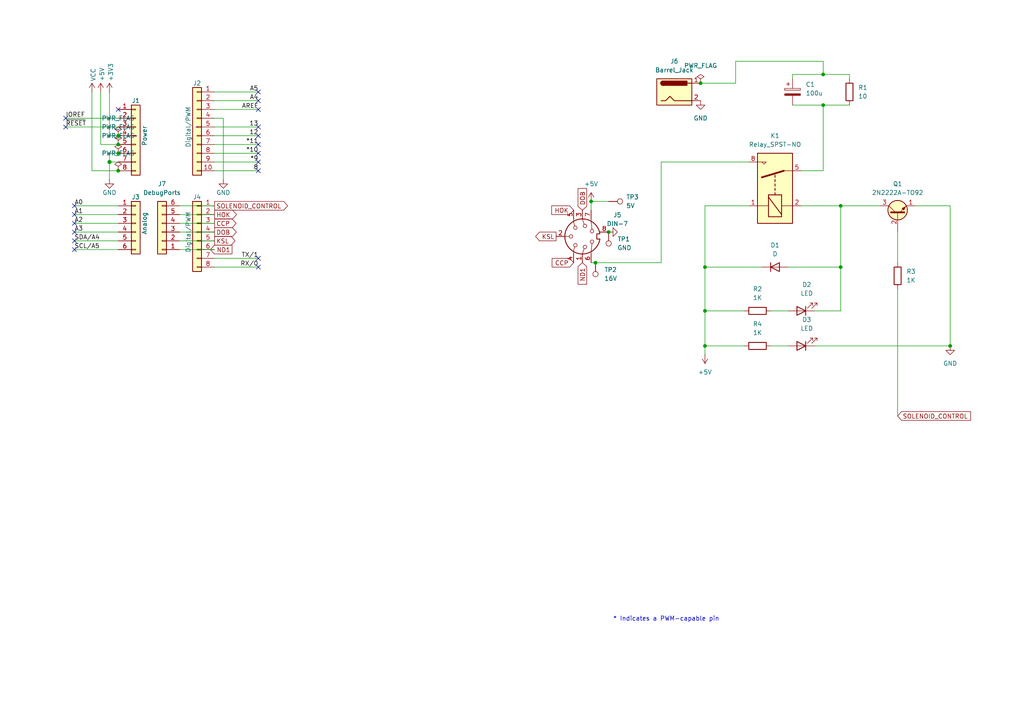
<source format=kicad_sch>
(kicad_sch (version 20250114) (generator "eeschema") (generator_version "9.0")
  (paper "A4")
  (title_block (date "2025-09-14"))
  (lib_symbols
    (symbol "Connector:Barrel_Jack" (pin_names (offset 1.016))
      (property "Reference" "J" (at 0 5.334 0))
      (property "Value" "Barrel_Jack" (at 0 -5.08 0))
      (symbol "Barrel_Jack_0_1"
        (rectangle (start -5.08 3.81) (end 5.08 -3.81) (stroke (width 0.254)) (fill (type background)))
        (polyline (pts (xy -3.81 -2.54) (xy -2.54 -2.54) (xy -1.27 -1.27) (xy 0 -2.54) (xy 2.54 -2.54) (xy 5.08 -2.54)) (stroke (width 0.254)))
        (arc (start -3.302 1.905) (mid -3.9343 2.54) (end -3.302 3.175) (stroke (width 0.254)))
        (arc (start -3.302 1.905) (mid -3.9343 2.54) (end -3.302 3.175) (stroke (width 0.254)) (fill (type outline)))
        (rectangle (start 3.683 3.175) (end -3.302 1.905) (stroke (width 0.254)) (fill (type outline)))
        (polyline (pts (xy 5.08 2.54) (xy 3.81 2.54)) (stroke (width 0.254)))
      )
      (symbol "Barrel_Jack_1_1"
        (pin passive line (at 7.62 2.54 180) (length 2.54) (name "~") (number "1"))
        (pin passive line (at 7.62 -2.54 180) (length 2.54) (name "~") (number "2"))
      )
    )
    (symbol "Connector:TestPoint" (pin_numbers (hide yes)) (pin_names (offset 0.762) (hide yes))
      (property "Reference" "TP" (at 0 6.858 0))
      (property "Value" "TestPoint" (at 0 5.08 0))
      (symbol "TestPoint_0_1"
        (circle (center 0 3.302) (radius 0.762))
      )
      (symbol "TestPoint_1_1"
        (pin passive line (at 0 0 90) (length 2.54) (name "1") (number "1"))
      )
    )
    (symbol "Connector_Generic:Conn_01x06" (pin_names (offset 1.016) (hide yes))
      (property "Reference" "J" (at 0 7.62 0))
      (property "Value" "Conn_01x06" (at 0 -10.16 0))
      (symbol "Conn_01x06_1_1"
        (rectangle (start -1.27 6.35) (end 1.27 -8.89) (stroke (width 0.254)) (fill (type background)))
        (rectangle (start -1.27 5.207) (end 0 4.953) (stroke (width 0.1524)))
        (rectangle (start -1.27 2.667) (end 0 2.413) (stroke (width 0.1524)))
        (rectangle (start -1.27 0.127) (end 0 -0.127) (stroke (width 0.1524)))
        (rectangle (start -1.27 -2.413) (end 0 -2.667) (stroke (width 0.1524)))
        (rectangle (start -1.27 -4.953) (end 0 -5.207) (stroke (width 0.1524)))
        (rectangle (start -1.27 -7.493) (end 0 -7.747) (stroke (width 0.1524)))
        (pin passive line (at -5.08 5.08 0) (length 3.81) (name "Pin_1") (number "1"))
        (pin passive line (at -5.08 2.54 0) (length 3.81) (name "Pin_2") (number "2"))
        (pin passive line (at -5.08 0 0) (length 3.81) (name "Pin_3") (number "3"))
        (pin passive line (at -5.08 -2.54 0) (length 3.81) (name "Pin_4") (number "4"))
        (pin passive line (at -5.08 -5.08 0) (length 3.81) (name "Pin_5") (number "5"))
        (pin passive line (at -5.08 -7.62 0) (length 3.81) (name "Pin_6") (number "6"))
      )
    )
    (symbol "Connector_Generic:Conn_01x08" (pin_names (offset 1.016) (hide yes))
      (property "Reference" "J" (at 0 10.16 0))
      (property "Value" "Conn_01x08" (at 0 -12.7 0))
      (symbol "Conn_01x08_1_1"
        (rectangle (start -1.27 8.89) (end 1.27 -11.43) (stroke (width 0.254)) (fill (type background)))
        (rectangle (start -1.27 7.747) (end 0 7.493) (stroke (width 0.1524)))
        (rectangle (start -1.27 5.207) (end 0 4.953) (stroke (width 0.1524)))
        (rectangle (start -1.27 2.667) (end 0 2.413) (stroke (width 0.1524)))
        (rectangle (start -1.27 0.127) (end 0 -0.127) (stroke (width 0.1524)))
        (rectangle (start -1.27 -2.413) (end 0 -2.667) (stroke (width 0.1524)))
        (rectangle (start -1.27 -4.953) (end 0 -5.207) (stroke (width 0.1524)))
        (rectangle (start -1.27 -7.493) (end 0 -7.747) (stroke (width 0.1524)))
        (rectangle (start -1.27 -10.033) (end 0 -10.287) (stroke (width 0.1524)))
        (pin passive line (at -5.08 7.62 0) (length 3.81) (name "Pin_1") (number "1"))
        (pin passive line (at -5.08 5.08 0) (length 3.81) (name "Pin_2") (number "2"))
        (pin passive line (at -5.08 2.54 0) (length 3.81) (name "Pin_3") (number "3"))
        (pin passive line (at -5.08 0 0) (length 3.81) (name "Pin_4") (number "4"))
        (pin passive line (at -5.08 -2.54 0) (length 3.81) (name "Pin_5") (number "5"))
        (pin passive line (at -5.08 -5.08 0) (length 3.81) (name "Pin_6") (number "6"))
        (pin passive line (at -5.08 -7.62 0) (length 3.81) (name "Pin_7") (number "7"))
        (pin passive line (at -5.08 -10.16 0) (length 3.81) (name "Pin_8") (number "8"))
      )
    )
    (symbol "Connector_Generic:Conn_01x10" (pin_names (offset 1.016) (hide yes))
      (property "Reference" "J" (at 0 12.7 0))
      (property "Value" "Conn_01x10" (at 0 -15.24 0))
      (symbol "Conn_01x10_1_1"
        (rectangle (start -1.27 11.43) (end 1.27 -13.97) (stroke (width 0.254)) (fill (type background)))
        (rectangle (start -1.27 10.287) (end 0 10.033) (stroke (width 0.1524)))
        (rectangle (start -1.27 7.747) (end 0 7.493) (stroke (width 0.1524)))
        (rectangle (start -1.27 5.207) (end 0 4.953) (stroke (width 0.1524)))
        (rectangle (start -1.27 2.667) (end 0 2.413) (stroke (width 0.1524)))
        (rectangle (start -1.27 0.127) (end 0 -0.127) (stroke (width 0.1524)))
        (rectangle (start -1.27 -2.413) (end 0 -2.667) (stroke (width 0.1524)))
        (rectangle (start -1.27 -4.953) (end 0 -5.207) (stroke (width 0.1524)))
        (rectangle (start -1.27 -7.493) (end 0 -7.747) (stroke (width 0.1524)))
        (rectangle (start -1.27 -10.033) (end 0 -10.287) (stroke (width 0.1524)))
        (rectangle (start -1.27 -12.573) (end 0 -12.827) (stroke (width 0.1524)))
        (pin passive line (at -5.08 10.16 0) (length 3.81) (name "Pin_1") (number "1"))
        (pin passive line (at -5.08 7.62 0) (length 3.81) (name "Pin_2") (number "2"))
        (pin passive line (at -5.08 5.08 0) (length 3.81) (name "Pin_3") (number "3"))
        (pin passive line (at -5.08 2.54 0) (length 3.81) (name "Pin_4") (number "4"))
        (pin passive line (at -5.08 0 0) (length 3.81) (name "Pin_5") (number "5"))
        (pin passive line (at -5.08 -2.54 0) (length 3.81) (name "Pin_6") (number "6"))
        (pin passive line (at -5.08 -5.08 0) (length 3.81) (name "Pin_7") (number "7"))
        (pin passive line (at -5.08 -7.62 0) (length 3.81) (name "Pin_8") (number "8"))
        (pin passive line (at -5.08 -10.16 0) (length 3.81) (name "Pin_9") (number "9"))
        (pin passive line (at -5.08 -12.7 0) (length 3.81) (name "Pin_10") (number "10"))
      )
    )
    (symbol "Device:C_Polarized" (pin_numbers (hide yes)) (pin_names (offset 0.254))
      (property "Reference" "C" (at 0.635 2.54 0))
      (property "Value" "C_Polarized" (at 0.635 -2.54 0))
      (symbol "C_Polarized_0_1"
        (rectangle (start -2.286 0.508) (end 2.286 1.016))
        (polyline (pts (xy -1.778 2.286) (xy -0.762 2.286)))
        (polyline (pts (xy -1.27 2.794) (xy -1.27 1.778)))
        (rectangle (start 2.286 -0.508) (end -2.286 -1.016) (fill (type outline)))
      )
      (symbol "C_Polarized_1_1"
        (pin passive line (at 0 3.81 270) (length 2.794) (name "~") (number "1"))
        (pin passive line (at 0 -3.81 90) (length 2.794) (name "~") (number "2"))
      )
    )
    (symbol "Device:D" (pin_numbers (hide yes)) (pin_names (offset 1.016) (hide yes))
      (property "Reference" "D" (at 0 2.54 0))
      (property "Value" "D" (at 0 -2.54 0))
      (symbol "D_0_1"
        (polyline (pts (xy -1.27 1.27) (xy -1.27 -1.27)) (stroke (width 0.254)))
        (polyline (pts (xy 1.27 1.27) (xy 1.27 -1.27) (xy -1.27 0) (xy 1.27 1.27)) (stroke (width 0.254)))
        (polyline (pts (xy 1.27 0) (xy -1.27 0)))
      )
      (symbol "D_1_1"
        (pin passive line (at -3.81 0 0) (length 2.54) (name "K") (number "1"))
        (pin passive line (at 3.81 0 180) (length 2.54) (name "A") (number "2"))
      )
    )
    (symbol "Device:LED" (pin_numbers (hide yes)) (pin_names (offset 1.016) (hide yes))
      (property "Reference" "D" (at 0 2.54 0))
      (property "Value" "LED" (at 0 -2.54 0))
      (symbol "LED_0_1"
        (polyline (pts (xy -3.048 -0.762) (xy -4.572 -2.286) (xy -3.81 -2.286) (xy -4.572 -2.286) (xy -4.572 -1.524)))
        (polyline (pts (xy -1.778 -0.762) (xy -3.302 -2.286) (xy -2.54 -2.286) (xy -3.302 -2.286) (xy -3.302 -1.524)))
        (polyline (pts (xy -1.27 0) (xy 1.27 0)))
        (polyline (pts (xy -1.27 -1.27) (xy -1.27 1.27)) (stroke (width 0.254)))
        (polyline (pts (xy 1.27 -1.27) (xy 1.27 1.27) (xy -1.27 0) (xy 1.27 -1.27)) (stroke (width 0.254)))
      )
      (symbol "LED_1_1"
        (pin passive line (at -3.81 0 0) (length 2.54) (name "K") (number "1"))
        (pin passive line (at 3.81 0 180) (length 2.54) (name "A") (number "2"))
      )
    )
    (symbol "Device:R" (pin_numbers (hide yes)) (pin_names (offset 0))
      (property "Reference" "R" (at 2.032 0 90))
      (property "Value" "R" (at 0 0 90))
      (symbol "R_0_1"
        (rectangle (start -1.016 -2.54) (end 1.016 2.54) (stroke (width 0.254)))
      )
      (symbol "R_1_1"
        (pin passive line (at 0 3.81 270) (length 1.27) (name "~") (number "1"))
        (pin passive line (at 0 -3.81 90) (length 1.27) (name "~") (number "2"))
      )
    )
    (symbol "power:+3V3" (power) (pin_numbers (hide yes)) (pin_names (offset 0) (hide yes))
      (property "Value" "+3V3" (at 0 3.556 0))
      (symbol "+3V3_0_1"
        (polyline (pts (xy -0.762 1.27) (xy 0 2.54)))
        (polyline (pts (xy 0 2.54) (xy 0.762 1.27)))
        (polyline (pts (xy 0 0) (xy 0 2.54)))
      )
      (symbol "+3V3_1_1"
        (pin power_in line (at 0 0 90) (length 0) (name "~") (number "1"))
      )
    )
    (symbol "power:+5V" (power) (pin_numbers (hide yes)) (pin_names (offset 0) (hide yes))
      (property "Value" "+5V" (at 0 3.556 0))
      (symbol "+5V_0_1"
        (polyline (pts (xy -0.762 1.27) (xy 0 2.54)))
        (polyline (pts (xy 0 2.54) (xy 0.762 1.27)))
        (polyline (pts (xy 0 0) (xy 0 2.54)))
      )
      (symbol "+5V_1_1"
        (pin power_in line (at 0 0 90) (length 0) (name "~") (number "1"))
      )
    )
    (symbol "power:GND" (power) (pin_numbers (hide yes)) (pin_names (offset 0) (hide yes))
      (property "Value" "GND" (at 0 -3.81 0))
      (symbol "GND_0_1"
        (polyline (pts (xy 0 0) (xy 0 -1.27) (xy 1.27 -1.27) (xy 0 -2.54) (xy -1.27 -1.27) (xy 0 -1.27)))
      )
      (symbol "GND_1_1"
        (pin power_in line (at 0 0 270) (length 0) (name "~") (number "1"))
      )
    )
    (symbol "power:PWR_FLAG" (power) (pin_numbers (hide yes)) (pin_names (offset 0) (hide yes))
      (property "Value" "PWR_FLAG" (at 0 3.81 0))
      (symbol "PWR_FLAG_0_0"
        (pin power_out line (at 0 0 90) (length 0) (name "~") (number "1"))
      )
      (symbol "PWR_FLAG_0_1"
        (polyline (pts (xy 0 0) (xy 0 1.27) (xy -1.016 1.905) (xy 0 2.54) (xy 1.016 1.905) (xy 0 1.27)))
      )
    )
    (symbol "power:VCC" (power) (pin_numbers (hide yes)) (pin_names (offset 0) (hide yes))
      (property "Value" "VCC" (at 0 3.556 0))
      (symbol "VCC_0_1"
        (polyline (pts (xy -0.762 1.27) (xy 0 2.54)))
        (polyline (pts (xy 0 2.54) (xy 0.762 1.27)))
        (polyline (pts (xy 0 0) (xy 0 2.54)))
      )
      (symbol "VCC_1_1"
        (pin power_in line (at 0 0 90) (length 0) (name "~") (number "1"))
      )
    )
    (symbol "symbols:2N2222A-TO92" (pin_names (hide yes))
      (property "Reference" "Q1" (at 8.89 0 90))
      (property "Value" "2N2222A-TO92" (at 6.35 0 90))
      (symbol "2N2222A-TO92_0_1"
        (polyline (pts (xy 0.635 1.905) (xy 0.635 -1.905) (xy 0.635 -1.905)) (stroke (width 0.508)))
        (polyline (pts (xy 0.635 0.635) (xy 2.54 2.54)))
        (polyline (pts (xy 0.635 -0.635) (xy 2.54 -2.54) (xy 2.54 -2.54)))
        (circle (center 1.27 0) (radius 2.8194) (stroke (width 0.254)) (fill (type background)))
        (polyline (pts (xy 1.27 -1.778) (xy 1.778 -1.27) (xy 2.286 -2.286) (xy 1.27 -1.778) (xy 1.27 -1.778)) (fill (type outline)))
      )
      (symbol "2N2222A-TO92_1_1"
        (pin passive line (at -5.08 0 0) (length 5.715) (name "B") (number "2"))
        (pin passive line (at 2.54 5.08 270) (length 2.54) (name "C") (number "3"))
        (pin passive line (at 2.54 -5.08 90) (length 2.54) (name "E") (number "1"))
      )
    )
    (symbol "symbols:DIN-7" (pin_names (offset 1.016))
      (property "Reference" "J5" (at 1.2702 -6.35 90))
      (property "Value" "DIN-7" (at -1.2698 -6.35 90))
      (symbol "DIN-7_0_1"
        (polyline (pts (xy -5.08 2.54) (xy -4.318 2.54) (xy -3.048 2.286)))
        (polyline (pts (xy -5.08 0) (xy -3.556 -0.508)))
        (polyline (pts (xy -5.08 -2.54) (xy -4.318 -2.54) (xy -2.032 -2.794)))
        (circle (center -3.048 -0.762) (radius 0.508))
        (circle (center -2.54 2.032) (radius 0.508))
        (circle (center -1.524 -2.794) (radius 0.508))
        (polyline (pts (xy -0.762 -4.953) (xy -0.762 -4.191) (xy 0.762 -4.191) (xy 0.762 -4.953)) (stroke (width 0.254)))
        (arc (start 5.08 0) (mid 3.8673 -3.3444) (end 0.762 -5.08) (stroke (width 0.254)))
        (polyline (pts (xy 0 5.08) (xy 0 3.81)))
        (circle (center 0 3.302) (radius 0.508))
        (arc (start -5.08 0) (mid 0 5.0579) (end 5.08 0) (stroke (width 0.254)))
        (arc (start -0.762 -5.08) (mid -3.8597 -3.3379) (end -5.08 0) (stroke (width 0.254)))
        (circle (center 1.524 -2.794) (radius 0.508))
        (circle (center 2.54 2.032) (radius 0.508))
        (circle (center 3.048 -0.762) (radius 0.508))
        (polyline (pts (xy 5.08 2.54) (xy 4.318 2.54) (xy 3.048 2.286)))
        (polyline (pts (xy 5.08 0) (xy 3.556 -0.508)))
        (polyline (pts (xy 5.08 -2.54) (xy 4.318 -2.54) (xy 2.032 -2.794)))
      )
      (symbol "DIN-7_1_1"
        (pin passive line (at -7.62 2.54 0) (length 2.54) (name "~") (number "4"))
        (pin passive line (at -7.62 0 0) (length 2.54) (name "~") (number "1"))
        (pin passive line (at -7.62 -2.54 0) (length 2.54) (name "~") (number "6"))
        (pin passive line (at 0 7.62 270) (length 2.54) (name "~") (number "2"))
        (pin passive line (at 1.27 -7.62 90) (length 2.54) (name "GND") (number "8"))
        (pin passive line (at 7.62 2.54 180) (length 2.54) (name "~") (number "5"))
        (pin passive line (at 7.62 0 180) (length 2.54) (name "~") (number "3"))
        (pin passive line (at 7.62 -2.54 180) (length 2.54) (name "~") (number "7"))
      )
    )
    (symbol "symbols:Relay_SPST-NO"
      (property "Reference" "K1" (at 15.24 0 90))
      (property "Value" "Relay_SPST-NO" (at 12.7 0 90))
      (symbol "Relay_SPST-NO_0_0"
        (polyline (pts (xy 7.62 5.08) (xy 7.62 2.54) (xy 6.985 3.175) (xy 7.62 3.81)))
      )
      (symbol "Relay_SPST-NO_0_1"
        (rectangle (start -10.16 5.08) (end 10.16 -5.08) (stroke (width 0.254)) (fill (type background)))
        (rectangle (start -8.255 1.905) (end -1.905 -1.905) (stroke (width 0.254)))
        (polyline (pts (xy -7.62 -1.905) (xy -2.54 1.905)) (stroke (width 0.254)))
        (polyline (pts (xy -5.08 5.08) (xy -5.08 1.905)))
        (polyline (pts (xy -5.08 -5.08) (xy -5.08 -1.905)))
        (polyline (pts (xy -1.905 0) (xy -1.27 0)) (stroke (width 0.254)))
        (polyline (pts (xy -0.635 0) (xy 0 0)) (stroke (width 0.254)))
        (polyline (pts (xy 0.635 0) (xy 1.27 0)) (stroke (width 0.254)))
        (polyline (pts (xy 1.905 0) (xy 2.54 0)) (stroke (width 0.254)))
        (polyline (pts (xy 3.175 0) (xy 3.81 0)) (stroke (width 0.254)))
        (polyline (pts (xy 5.08 -2.54) (xy 3.175 3.81)) (stroke (width 0.508)))
        (polyline (pts (xy 5.08 -2.54) (xy 5.08 -5.08)))
      )
      (symbol "Relay_SPST-NO_1_1"
        (pin passive line (at -5.08 7.62 270) (length 2.54) (name "~") (number "1"))
        (pin passive line (at -5.08 -7.62 90) (length 2.54) (name "~") (number "2"))
        (pin passive line (at 5.08 -7.62 90) (length 2.54) (name "~") (number "5"))
        (pin passive line (at 7.62 7.62 270) (length 2.54) (name "~") (number "8"))
      )
    )
  )
  (text "* Indicates a PWM-capable pin" (at 177.8 180.34 0) (effects (font (size 1.27 1.27)) (justify left bottom)))
  (junction (at 204.47 90.17))
  (junction (at 171.45 58.42))
  (junction (at 243.84 59.69))
  (junction (at 31.75 46.99) (diameter 1.016))
  (junction (at 204.47 100.33))
  (junction (at 238.76 30.48))
  (junction (at 34.29 39.37))
  (junction (at 34.29 41.91))
  (junction (at 204.47 77.47))
  (junction (at 243.84 77.47))
  (junction (at 176.53 67.31))
  (junction (at 238.76 21.59))
  (junction (at 34.29 44.45))
  (junction (at 172.72 76.2))
  (junction (at 203.2 24.13))
  (junction (at 34.29 49.53))
  (junction (at 275.59 100.33))
  (no_connect (at 21.59 69.85))
  (no_connect (at 19.05 34.29))
  (no_connect (at 74.93 31.75))
  (no_connect (at 21.59 72.39))
  (no_connect (at 74.93 49.53))
  (no_connect (at 74.93 77.47))
  (no_connect (at 21.59 62.23))
  (no_connect (at 74.93 41.91))
  (no_connect (at 74.93 39.37))
  (no_connect (at 19.05 36.83))
  (no_connect (at 74.93 44.45))
  (no_connect (at 74.93 26.67))
  (no_connect (at 74.93 74.93))
  (no_connect (at 21.59 67.31))
  (no_connect (at 34.29 31.75))
  (no_connect (at 74.93 29.21))
  (no_connect (at 21.59 64.77))
  (no_connect (at 21.59 59.69))
  (no_connect (at 74.93 46.99))
  (no_connect (at 74.93 36.83))
  (wire (pts (xy 229.87 21.59) (xy 238.76 21.59)))
  (wire (pts (xy 62.23 77.47) (xy 74.93 77.47)))
  (wire (pts (xy 229.87 21.59) (xy 229.87 22.86)))
  (wire (pts (xy 62.23 44.45) (xy 74.93 44.45)))
  (wire (pts (xy 52.07 62.23) (xy 62.23 62.23)))
  (wire (pts (xy 238.76 21.59) (xy 246.38 21.59)))
  (wire (pts (xy 62.23 26.67) (xy 74.93 26.67)))
  (wire (pts (xy 176.53 58.42) (xy 171.45 58.42)))
  (wire (pts (xy 238.76 17.78) (xy 213.36 17.78)))
  (wire (pts (xy 217.17 59.69) (xy 204.47 59.69)))
  (wire (pts (xy 229.87 30.48) (xy 238.76 30.48)))
  (wire (pts (xy 223.52 90.17) (xy 228.6 90.17)))
  (wire (pts (xy 31.75 44.45) (xy 31.75 46.99)))
  (wire (pts (xy 21.59 72.39) (xy 34.29 72.39)))
  (wire (pts (xy 31.75 46.99) (xy 31.75 52.07)))
  (wire (pts (xy 31.75 39.37) (xy 34.29 39.37)))
  (wire (pts (xy 191.77 76.2) (xy 172.72 76.2)))
  (wire (pts (xy 29.21 41.91) (xy 34.29 41.91)))
  (wire (pts (xy 204.47 90.17) (xy 215.9 90.17)))
  (wire (pts (xy 29.21 26.67) (xy 29.21 41.91)))
  (wire (pts (xy 243.84 59.69) (xy 255.27 59.69)))
  (wire (pts (xy 232.41 59.69) (xy 243.84 59.69)))
  (wire (pts (xy 236.22 100.33) (xy 275.59 100.33)))
  (wire (pts (xy 62.23 36.83) (xy 74.93 36.83)))
  (wire (pts (xy 31.75 26.67) (xy 31.75 39.37)))
  (wire (pts (xy 34.29 59.69) (xy 21.59 59.69)))
  (wire (pts (xy 62.23 39.37) (xy 74.93 39.37)))
  (wire (pts (xy 204.47 100.33) (xy 204.47 90.17)))
  (wire (pts (xy 204.47 77.47) (xy 204.47 90.17)))
  (wire (pts (xy 191.77 46.99) (xy 191.77 76.2)))
  (wire (pts (xy 62.23 46.99) (xy 74.93 46.99)))
  (wire (pts (xy 204.47 100.33) (xy 204.47 102.87)))
  (wire (pts (xy 171.45 58.42) (xy 171.45 60.96)))
  (wire (pts (xy 19.05 34.29) (xy 34.29 34.29)))
  (wire (pts (xy 238.76 49.53) (xy 232.41 49.53)))
  (wire (pts (xy 215.9 100.33) (xy 204.47 100.33)))
  (wire (pts (xy 64.77 34.29) (xy 64.77 52.07)))
  (wire (pts (xy 62.23 31.75) (xy 74.93 31.75)))
  (wire (pts (xy 52.07 64.77) (xy 62.23 64.77)))
  (wire (pts (xy 52.07 67.31) (xy 62.23 67.31)))
  (wire (pts (xy 34.29 64.77) (xy 21.59 64.77)))
  (wire (pts (xy 213.36 17.78) (xy 213.36 24.13)))
  (wire (pts (xy 19.05 36.83) (xy 34.29 36.83)))
  (wire (pts (xy 223.52 100.33) (xy 228.6 100.33)))
  (wire (pts (xy 34.29 46.99) (xy 31.75 46.99)))
  (wire (pts (xy 213.36 24.13) (xy 203.2 24.13)))
  (wire (pts (xy 275.59 100.33) (xy 275.59 59.69)))
  (wire (pts (xy 260.35 120.65) (xy 260.35 83.82)))
  (wire (pts (xy 34.29 49.53) (xy 26.67 49.53)))
  (wire (pts (xy 21.59 62.23) (xy 34.29 62.23)))
  (wire (pts (xy 260.35 67.31) (xy 260.35 76.2)))
  (wire (pts (xy 52.07 72.39) (xy 62.23 72.39)))
  (wire (pts (xy 52.07 69.85) (xy 62.23 69.85)))
  (wire (pts (xy 238.76 30.48) (xy 246.38 30.48)))
  (wire (pts (xy 62.23 34.29) (xy 64.77 34.29)))
  (wire (pts (xy 34.29 44.45) (xy 31.75 44.45)))
  (wire (pts (xy 172.72 76.2) (xy 171.45 76.2)))
  (wire (pts (xy 62.23 41.91) (xy 74.93 41.91)))
  (wire (pts (xy 228.6 77.47) (xy 243.84 77.47)))
  (wire (pts (xy 243.84 90.17) (xy 236.22 90.17)))
  (wire (pts (xy 21.59 67.31) (xy 34.29 67.31)))
  (wire (pts (xy 52.07 59.69) (xy 62.23 59.69)))
  (wire (pts (xy 217.17 46.99) (xy 191.77 46.99)))
  (wire (pts (xy 204.47 59.69) (xy 204.47 77.47)))
  (wire (pts (xy 243.84 77.47) (xy 243.84 90.17)))
  (wire (pts (xy 238.76 30.48) (xy 238.76 49.53)))
  (wire (pts (xy 62.23 29.21) (xy 74.93 29.21)))
  (wire (pts (xy 204.47 77.47) (xy 220.98 77.47)))
  (wire (pts (xy 243.84 59.69) (xy 243.84 77.47)))
  (wire (pts (xy 246.38 21.59) (xy 246.38 22.86)))
  (wire (pts (xy 238.76 21.59) (xy 238.76 17.78)))
  (wire (pts (xy 275.59 59.69) (xy 265.43 59.69)))
  (wire (pts (xy 62.23 74.93) (xy 74.93 74.93)))
  (wire (pts (xy 26.67 49.53) (xy 26.67 26.67)))
  (wire (pts (xy 34.29 69.85) (xy 21.59 69.85)))
  (wire (pts (xy 62.23 49.53) (xy 74.93 49.53)))
  (label "RX{slash}0" (at 74.93 77.47 180))
  (label "A2" (at 21.59 64.77 0))
  (label "A3" (at 21.59 67.31 0))
  (label "13" (at 74.93 36.83 180))
  (label "12" (at 74.93 39.37 180))
  (label "~{RESET}" (at 19.05 36.83 0))
  (label "*10" (at 74.93 44.45 180))
  (label "A4" (at 74.93 29.21 180))
  (label "8" (at 74.93 49.53 180))
  (label "*11" (at 74.93 41.91 180))
  (label "A1" (at 21.59 62.23 0))
  (label "TX{slash}1" (at 74.93 74.93 180))
  (label "A0" (at 21.59 59.69 0))
  (label "AREF" (at 74.93 31.75 180))
  (label "A5" (at 74.93 26.67 180))
  (label "*9" (at 74.93 46.99 180))
  (label "IOREF" (at 19.05 34.29 0))
  (label "SDA{slash}A4" (at 21.59 69.85 0))
  (label "SCL{slash}A5" (at 21.59 72.39 0))
  (global_label "SOLENOID_CONTROL" (shape input) (at 260.35 120.65 0) (property "Intersheetrefs" "${INTERSHEET_REFS}" (effects (hide yes))))
  (global_label "KSL" (shape output) (at 62.23 69.85 0) (property "Intersheetrefs" "${INTERSHEET_REFS}" (effects (hide yes))))
  (global_label "ND1" (shape output) (at 67.31 72.39 180) (property "Intersheetrefs" "${INTERSHEET_REFS}" (effects (hide yes))))
  (global_label "SOLENOID_CONTROL" (shape output) (at 62.23 59.69 0) (property "Intersheetrefs" "${INTERSHEET_REFS}" (effects (hide yes))))
  (global_label "HOK" (shape output) (at 62.23 62.23 0) (property "Intersheetrefs" "${INTERSHEET_REFS}" (effects (hide yes))))
  (global_label "ND1" (shape input) (at 168.91 76.2 270) (property "Intersheetrefs" "${INTERSHEET_REFS}" (effects (hide yes))))
  (global_label "CCP" (shape input) (at 166.37 76.2 180) (property "Intersheetrefs" "${INTERSHEET_REFS}" (effects (hide yes))))
  (global_label "HOK" (shape input) (at 166.37 60.96 180) (property "Intersheetrefs" "${INTERSHEET_REFS}" (effects (hide yes))))
  (global_label "CCP" (shape output) (at 62.23 64.77 0) (property "Intersheetrefs" "${INTERSHEET_REFS}" (effects (hide yes))))
  (global_label "DOB" (shape input) (at 168.91 60.96 90) (property "Intersheetrefs" "${INTERSHEET_REFS}" (effects (hide yes))))
  (global_label "DOB" (shape output) (at 62.23 67.31 0) (property "Intersheetrefs" "${INTERSHEET_REFS}" (effects (hide yes))))
  (global_label "KSL" (shape output) (at 161.29 68.58 180) (property "Intersheetrefs" "${INTERSHEET_REFS}" (effects (hide yes))))
  (symbol (lib_id "Connector_Generic:Conn_01x08") (at 39.37 39.37 0) (unit 1)
    (property "Reference" "J1" (at 39.37 29.21 0))
    (property "Value" "Power" (at 41.91 39.37 90))
    (property "Footprint" "Connector_PinHeader_2.54mm:PinHeader_1x08_P2.54mm_Vertical" (effects (hide yes)))
    (property "Datasheet" "~" (at 39.37 39.37 0))
    (property "Description" "Generic connector, single row, 01x08, script generated (kicad-library-utils/schlib/autogen/connector/)" (effects (hide yes)))
  )
  (symbol (lib_id "power:+3V3") (at 31.75 26.67 0) (unit 1)
    (property "Reference" "#PWR03" (effects (hide yes)))
    (property "Value" "+3V3" (at 32.131 23.622 90) (effects (justify left)))
    (property "Description" "Power symbol creates a global label with name \"+3V3\"" (effects (hide yes)))
  )
  (symbol (lib_id "power:+5V") (at 29.21 26.67 0) (unit 1)
    (property "Reference" "#PWR02" (effects (hide yes)))
    (property "Value" "+5V" (at 29.5656 23.622 90) (effects (justify left)))
    (property "Description" "Power symbol creates a global label with name \"+5V\"" (effects (hide yes)))
  )
  (symbol (lib_id "power:GND") (at 31.75 52.07 0) (unit 1)
    (property "Reference" "#PWR04" (effects (hide yes)))
    (property "Value" "GND" (at 31.75 55.88 0))
    (property "Description" "Power symbol creates a global label with name \"GND\" , ground" (effects (hide yes)))
  )
  (symbol (lib_id "Connector_Generic:Conn_01x10") (at 57.15 36.83 0) (mirror y) (unit 1)
    (property "Reference" "J2" (at 57.15 24.13 0))
    (property "Value" "Digital/PWM" (at 54.61 36.83 90))
    (property "Footprint" "Connector_PinHeader_2.54mm:PinHeader_1x10_P2.54mm_Vertical" (effects (hide yes)))
    (property "Datasheet" "~" (at 57.15 36.83 0))
    (property "Description" "Generic connector, single row, 01x10, script generated (kicad-library-utils/schlib/autogen/connector/)" (effects (hide yes)))
  )
  (symbol (lib_id "power:GND") (at 64.77 52.07 0) (unit 1)
    (property "Reference" "#PWR05" (effects (hide yes)))
    (property "Value" "GND" (at 64.77 55.88 0))
    (property "Description" "Power symbol creates a global label with name \"GND\" , ground" (effects (hide yes)))
  )
  (symbol (lib_id "Connector_Generic:Conn_01x06") (at 39.37 64.77 0) (unit 1)
    (property "Reference" "J3" (at 39.37 57.15 0))
    (property "Value" "Analog" (at 41.91 64.77 90))
    (property "Footprint" "Connector_PinHeader_2.54mm:PinHeader_1x06_P2.54mm_Vertical" (effects (hide yes)))
    (property "Description" "Generic connector, single row, 01x06, script generated (kicad-library-utils/schlib/autogen/connector/)" (effects (hide yes)))
  )
  (symbol (lib_id "Connector_Generic:Conn_01x08") (at 57.15 67.31 0) (mirror y) (unit 1)
    (property "Reference" "J4" (at 57.15 57.15 0))
    (property "Value" "Digital/PWM" (at 54.61 67.31 90))
    (property "Footprint" "Connector_PinHeader_2.54mm:PinHeader_1x08_P2.54mm_Vertical" (effects (hide yes)))
    (property "Datasheet" "~" (at 57.15 67.31 0))
    (property "Description" "Generic connector, single row, 01x08, script generated (kicad-library-utils/schlib/autogen/connector/)" (effects (hide yes)))
  )
  (symbol (lib_id "power:GND") (at 176.53 67.31 90) (unit 1)
    (property "Reference" "#PWR06" (effects (hide yes)))
    (property "Value" "GND" (effects (hide yes)))
    (property "Description" "Power symbol creates a global label with name \"GND\" , ground" (effects (hide yes)))
  )
  (symbol (lib_id "Device:R") (at 219.71 90.17 270) (unit 1)
    (property "Reference" "R2" (at 219.71 83.82 90))
    (property "Value" "1K" (at 219.71 86.36 90))
    (property "Footprint" "Resistor_THT:R_Axial_DIN0207_L6.3mm_D2.5mm_P2.54mm_Vertical" (effects (hide yes)))
    (property "Description" "Resistor" (effects (hide yes)))
  )
  (symbol (lib_id "symbols:Relay_SPST-NO") (at 224.79 54.61 90) (unit 1)
    (property "Reference" "K1" (at 224.79 39.37 90))
    (property "Value" "Relay_SPST-NO" (at 224.79 41.91 90))
    (property "Footprint" "Locals:RELAY_G6DN-1A_OMR" (effects (hide yes)))
    (property "Description" "Relay SPST, normally open, EN50005" (effects (hide yes)))
    (property "Ref" "OMRON G6DN-1A-SL DC5" (effects (hide yes)))
    (property "Manufacturer" "OMRON" (effects (hide yes)))
    (property "LCSC" "https://www.lcsc.com/product-detail/C397208.html?s_z=n_C397208" (effects (hide yes)))
  )
  (symbol (lib_id "Connector:Barrel_Jack") (at 195.58 26.67 0) (unit 1)
    (property "Reference" "J6" (at 195.58 17.78 0))
    (property "Value" "Barrel_Jack" (at 195.58 20.32 0))
    (property "Footprint" "Connector_BarrelJack:BarrelJack_Horizontal" (effects (hide yes)))
    (property "Description" "DC Barrel Jack" (effects (hide yes)))
  )
  (symbol (lib_id "Device:D") (at 224.79 77.47 0) (unit 1)
    (property "Reference" "D1" (at 224.79 71.12 0))
    (property "Value" "D" (at 224.79 73.66 0))
    (property "Footprint" "Diode_THT:D_DO-41_SOD81_P7.62mm_Horizontal" (effects (hide yes)))
    (property "Description" "Diode" (effects (hide yes)))
    (property "Sim.Device" "D" (effects (hide yes)))
    (property "Sim.Pins" "1=K 2=A" (effects (hide yes)))
  )
  (symbol (lib_id "power:PWR_FLAG") (at 34.29 41.91 0) (unit 1)
    (property "Reference" "#FLG03" (effects (hide yes)))
    (property "Value" "PWR_FLAG" (at 34.29 36.83 0))
    (property "Description" "Special symbol for telling ERC where power comes from" (effects (hide yes)))
  )
  (symbol (lib_id "symbols:2N2222A-TO92") (at 260.35 62.23 90) (unit 1)
    (property "Reference" "Q1" (at 260.35 53.34 90))
    (property "Value" "2N2222A-TO92" (at 260.35 55.88 90))
    (property "Footprint" "Package_TO_SOT_THT:TO-92_Inline" (effects (hide yes)))
    (property "Datasheet" "https://www.tme.eu/Document/f56ae9fa05736feb390d26bab71fb0d5/2n2222a.pdf" (effects (hide yes)))
    (property "Description" "NPN TO-92 transistor, 40V, 0.6A, 625mW, Alternate KiCAD Library" (effects (hide yes)))
  )
  (symbol (lib_id "power:+5V") (at 204.47 102.87 180) (unit 1)
    (property "Reference" "#PWR010" (effects (hide yes)))
    (property "Value" "+5V" (at 204.47 107.95 0))
    (property "Description" "Power symbol creates a global label with name \"+5V\"" (effects (hide yes)))
  )
  (symbol (lib_id "Device:R") (at 260.35 80.01 0) (unit 1)
    (property "Reference" "R3" (at 262.89 78.7399 0) (effects (justify left)))
    (property "Value" "1K" (at 262.89 81.2799 0) (effects (justify left)))
    (property "Footprint" "Resistor_THT:R_Axial_DIN0207_L6.3mm_D2.5mm_P2.54mm_Vertical" (effects (hide yes)))
    (property "Description" "Resistor" (effects (hide yes)))
  )
  (symbol (lib_id "power:PWR_FLAG") (at 34.29 39.37 0) (unit 1)
    (property "Reference" "#FLG02" (effects (hide yes)))
    (property "Value" "PWR_FLAG" (at 34.29 34.29 0))
    (property "Description" "Special symbol for telling ERC where power comes from" (effects (hide yes)))
  )
  (symbol (lib_id "power:GND") (at 275.59 100.33 0) (unit 1)
    (property "Reference" "#PWR011" (effects (hide yes)))
    (property "Value" "GND" (at 275.59 105.41 0))
    (property "Description" "Power symbol creates a global label with name \"GND\" , ground" (effects (hide yes)))
  )
  (symbol (lib_id "Device:R") (at 219.71 100.33 270) (unit 1)
    (property "Reference" "R4" (at 219.71 93.98 90))
    (property "Value" "1K" (at 219.71 96.52 90))
    (property "Footprint" "Resistor_THT:R_Axial_DIN0207_L6.3mm_D2.5mm_P2.54mm_Vertical" (effects (hide yes)))
    (property "Description" "Resistor" (effects (hide yes)))
  )
  (symbol (lib_id "power:VCC") (at 26.67 26.67 0) (unit 1)
    (property "Reference" "#PWR01" (effects (hide yes)))
    (property "Value" "VCC" (at 27.051 23.622 90) (effects (justify left)))
    (property "Description" "Power symbol creates a global label with name \"VCC\"" (effects (hide yes)))
  )
  (symbol (lib_id "Connector_Generic:Conn_01x06") (at 46.99 67.31 180) (unit 1)
    (property "Reference" "J7" (at 46.99 53.34 0))
    (property "Value" "DebugPorts" (at 46.99 55.88 0))
    (property "Footprint" "Connector_PinHeader_2.54mm:PinHeader_1x06_P2.54mm_Vertical" (effects (hide yes)))
    (property "Description" "Generic connector, single row, 01x06, script generated (kicad-library-utils/schlib/autogen/connector/)" (effects (hide yes)))
  )
  (symbol (lib_id "Connector:TestPoint") (at 176.53 58.42 270) (unit 1)
    (property "Reference" "TP3" (at 181.61 57.1499 90) (effects (justify left)))
    (property "Value" "5V" (at 181.61 59.6899 90) (effects (justify left)))
    (property "Footprint" "TestPoint:TestPoint_Pad_D1.0mm" (effects (hide yes)))
    (property "Description" "test point" (effects (hide yes)))
  )
  (symbol (lib_id "power:GND") (at 203.2 29.21 0) (unit 1)
    (property "Reference" "#PWR08" (effects (hide yes)))
    (property "Value" "GND" (at 203.2 34.29 0))
    (property "Description" "Power symbol creates a global label with name \"GND\" , ground" (effects (hide yes)))
  )
  (symbol (lib_id "power:PWR_FLAG") (at 34.29 49.53 0) (unit 1)
    (property "Reference" "#FLG05" (effects (hide yes)))
    (property "Value" "PWR_FLAG" (at 34.29 44.45 0))
    (property "Description" "Special symbol for telling ERC where power comes from" (effects (hide yes)))
  )
  (symbol (lib_id "Device:LED") (at 232.41 100.33 180) (unit 1)
    (property "Reference" "D3" (at 233.9975 92.71 0))
    (property "Value" "LED" (at 233.9975 95.25 0))
    (property "Footprint" "LED_THT:LED_D5.0mm" (effects (hide yes)))
    (property "Description" "Light emitting diode" (effects (hide yes)))
    (property "Sim.Pins" "1=K 2=A" (effects (hide yes)))
  )
  (symbol (lib_id "power:PWR_FLAG") (at 203.2 24.13 0) (unit 1)
    (property "Reference" "#FLG01" (effects (hide yes)))
    (property "Value" "PWR_FLAG" (at 203.2 19.05 0))
    (property "Description" "Special symbol for telling ERC where power comes from" (effects (hide yes)))
  )
  (symbol (lib_id "Device:C_Polarized") (at 229.87 26.67 0) (unit 1)
    (property "Reference" "C1" (at 233.68 24.5109 0) (effects (justify left)))
    (property "Value" "100u" (at 233.68 27.0509 0) (effects (justify left)))
    (property "Footprint" "Locals:CP_6.3x11mm_horiz-R" (effects (hide yes)))
    (property "Description" "Polarized capacitor" (effects (hide yes)))
  )
  (symbol (lib_id "power:+5V") (at 171.45 58.42 0) (unit 1)
    (property "Reference" "#PWR07" (effects (hide yes)))
    (property "Value" "+5V" (at 171.45 53.34 0))
    (property "Description" "Power symbol creates a global label with name \"+5V\"" (effects (hide yes)))
  )
  (symbol (lib_id "Connector:TestPoint") (at 176.53 67.31 180) (unit 1)
    (property "Reference" "TP1" (at 179.07 69.3419 0) (effects (justify right)))
    (property "Value" "GND" (at 179.07 71.8819 0) (effects (justify right)))
    (property "Footprint" "TestPoint:TestPoint_Pad_D1.0mm" (effects (hide yes)))
    (property "Description" "test point" (effects (hide yes)))
  )
  (symbol (lib_id "Device:R") (at 246.38 26.67 0) (unit 1)
    (property "Reference" "R1" (at 248.92 25.3999 0) (effects (justify left)))
    (property "Value" "10" (at 248.92 27.9399 0) (effects (justify left)))
    (property "Footprint" "Resistor_THT:R_Axial_Power_L20.0mm_W6.4mm_P25.40mm" (effects (hide yes)))
    (property "Description" "Resistor" (effects (hide yes)))
  )
  (symbol (lib_id "power:PWR_FLAG") (at 34.29 44.45 0) (unit 1)
    (property "Reference" "#FLG04" (effects (hide yes)))
    (property "Value" "PWR_FLAG" (at 34.29 39.37 0))
    (property "Description" "Special symbol for telling ERC where power comes from" (effects (hide yes)))
  )
  (symbol (lib_id "Device:LED") (at 232.41 90.17 180) (unit 1)
    (property "Reference" "D2" (at 233.9975 82.55 0))
    (property "Value" "LED" (at 233.9975 85.09 0))
    (property "Footprint" "LED_THT:LED_D5.0mm" (effects (hide yes)))
    (property "Description" "Light emitting diode" (effects (hide yes)))
    (property "Sim.Pins" "1=K 2=A" (effects (hide yes)))
  )
  (symbol (lib_id "symbols:DIN-7") (at 168.91 68.58 90) (unit 1)
    (property "Reference" "J5" (at 179.07 62.3568 90))
    (property "Value" "DIN-7" (at 179.07 64.8968 90))
    (property "Footprint" "Locals:DIN-704-M10" (effects (hide yes)))
    (property "Datasheet" "http://www.mouser.com/ds/2/18/40_c091_abd_e-75918.pdf" (effects (hide yes)))
    (property "Description" "7-pin DIN connector" (effects (hide yes)))
  )
  (symbol (lib_id "Connector:TestPoint") (at 172.72 76.2 180) (unit 1)
    (property "Reference" "TP2" (at 175.26 78.2319 0) (effects (justify right)))
    (property "Value" "16V" (at 175.26 80.7719 0) (effects (justify right)))
    (property "Footprint" "TestPoint:TestPoint_Pad_D1.0mm" (effects (hide yes)))
    (property "Description" "test point" (effects (hide yes)))
  )
)
</source>
